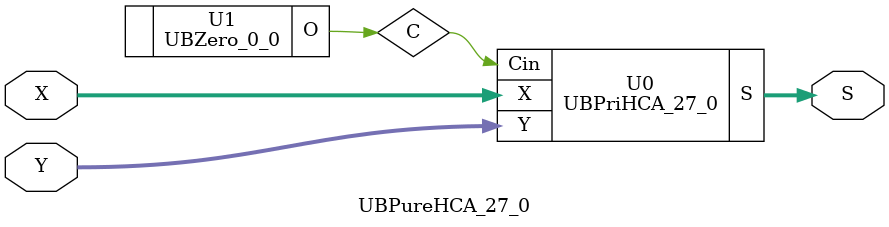
<source format=v>
/*----------------------------------------------------------------------------
  Copyright (c) 2021 Homma laboratory. All rights reserved.

  Top module: UBHCA_27_0_27_0

  Operand-1 length: 28
  Operand-2 length: 28
  Two-operand addition algorithm: Han-Carlson adder
----------------------------------------------------------------------------*/

module GPGenerator(Go, Po, A, B);
  output Go;
  output Po;
  input A;
  input B;
  assign Go = A & B;
  assign Po = A ^ B;
endmodule

module CarryOperator(Go, Po, Gi1, Pi1, Gi2, Pi2);
  output Go;
  output Po;
  input Gi1;
  input Gi2;
  input Pi1;
  input Pi2;
  assign Go = Gi1 | ( Gi2 & Pi1 );
  assign Po = Pi1 & Pi2;
endmodule

module UBPriHCA_27_0(S, X, Y, Cin);
  output [28:0] S;
  input Cin;
  input [27:0] X;
  input [27:0] Y;
  wire [27:0] G0;
  wire [27:0] G1;
  wire [27:0] G2;
  wire [27:0] G3;
  wire [27:0] G4;
  wire [27:0] G5;
  wire [27:0] G6;
  wire [27:0] P0;
  wire [27:0] P1;
  wire [27:0] P2;
  wire [27:0] P3;
  wire [27:0] P4;
  wire [27:0] P5;
  wire [27:0] P6;
  assign P1[0] = P0[0];
  assign G1[0] = G0[0];
  assign P1[2] = P0[2];
  assign G1[2] = G0[2];
  assign P1[4] = P0[4];
  assign G1[4] = G0[4];
  assign P1[6] = P0[6];
  assign G1[6] = G0[6];
  assign P1[8] = P0[8];
  assign G1[8] = G0[8];
  assign P1[10] = P0[10];
  assign G1[10] = G0[10];
  assign P1[12] = P0[12];
  assign G1[12] = G0[12];
  assign P1[14] = P0[14];
  assign G1[14] = G0[14];
  assign P1[16] = P0[16];
  assign G1[16] = G0[16];
  assign P1[18] = P0[18];
  assign G1[18] = G0[18];
  assign P1[20] = P0[20];
  assign G1[20] = G0[20];
  assign P1[22] = P0[22];
  assign G1[22] = G0[22];
  assign P1[24] = P0[24];
  assign G1[24] = G0[24];
  assign P1[26] = P0[26];
  assign G1[26] = G0[26];
  assign P2[0] = P1[0];
  assign G2[0] = G1[0];
  assign P2[1] = P1[1];
  assign G2[1] = G1[1];
  assign P2[2] = P1[2];
  assign G2[2] = G1[2];
  assign P2[4] = P1[4];
  assign G2[4] = G1[4];
  assign P2[6] = P1[6];
  assign G2[6] = G1[6];
  assign P2[8] = P1[8];
  assign G2[8] = G1[8];
  assign P2[10] = P1[10];
  assign G2[10] = G1[10];
  assign P2[12] = P1[12];
  assign G2[12] = G1[12];
  assign P2[14] = P1[14];
  assign G2[14] = G1[14];
  assign P2[16] = P1[16];
  assign G2[16] = G1[16];
  assign P2[18] = P1[18];
  assign G2[18] = G1[18];
  assign P2[20] = P1[20];
  assign G2[20] = G1[20];
  assign P2[22] = P1[22];
  assign G2[22] = G1[22];
  assign P2[24] = P1[24];
  assign G2[24] = G1[24];
  assign P2[26] = P1[26];
  assign G2[26] = G1[26];
  assign P3[0] = P2[0];
  assign G3[0] = G2[0];
  assign P3[1] = P2[1];
  assign G3[1] = G2[1];
  assign P3[2] = P2[2];
  assign G3[2] = G2[2];
  assign P3[3] = P2[3];
  assign G3[3] = G2[3];
  assign P3[4] = P2[4];
  assign G3[4] = G2[4];
  assign P3[6] = P2[6];
  assign G3[6] = G2[6];
  assign P3[8] = P2[8];
  assign G3[8] = G2[8];
  assign P3[10] = P2[10];
  assign G3[10] = G2[10];
  assign P3[12] = P2[12];
  assign G3[12] = G2[12];
  assign P3[14] = P2[14];
  assign G3[14] = G2[14];
  assign P3[16] = P2[16];
  assign G3[16] = G2[16];
  assign P3[18] = P2[18];
  assign G3[18] = G2[18];
  assign P3[20] = P2[20];
  assign G3[20] = G2[20];
  assign P3[22] = P2[22];
  assign G3[22] = G2[22];
  assign P3[24] = P2[24];
  assign G3[24] = G2[24];
  assign P3[26] = P2[26];
  assign G3[26] = G2[26];
  assign P4[0] = P3[0];
  assign G4[0] = G3[0];
  assign P4[1] = P3[1];
  assign G4[1] = G3[1];
  assign P4[2] = P3[2];
  assign G4[2] = G3[2];
  assign P4[3] = P3[3];
  assign G4[3] = G3[3];
  assign P4[4] = P3[4];
  assign G4[4] = G3[4];
  assign P4[5] = P3[5];
  assign G4[5] = G3[5];
  assign P4[6] = P3[6];
  assign G4[6] = G3[6];
  assign P4[7] = P3[7];
  assign G4[7] = G3[7];
  assign P4[8] = P3[8];
  assign G4[8] = G3[8];
  assign P4[10] = P3[10];
  assign G4[10] = G3[10];
  assign P4[12] = P3[12];
  assign G4[12] = G3[12];
  assign P4[14] = P3[14];
  assign G4[14] = G3[14];
  assign P4[16] = P3[16];
  assign G4[16] = G3[16];
  assign P4[18] = P3[18];
  assign G4[18] = G3[18];
  assign P4[20] = P3[20];
  assign G4[20] = G3[20];
  assign P4[22] = P3[22];
  assign G4[22] = G3[22];
  assign P4[24] = P3[24];
  assign G4[24] = G3[24];
  assign P4[26] = P3[26];
  assign G4[26] = G3[26];
  assign P5[0] = P4[0];
  assign G5[0] = G4[0];
  assign P5[1] = P4[1];
  assign G5[1] = G4[1];
  assign P5[2] = P4[2];
  assign G5[2] = G4[2];
  assign P5[3] = P4[3];
  assign G5[3] = G4[3];
  assign P5[4] = P4[4];
  assign G5[4] = G4[4];
  assign P5[5] = P4[5];
  assign G5[5] = G4[5];
  assign P5[6] = P4[6];
  assign G5[6] = G4[6];
  assign P5[7] = P4[7];
  assign G5[7] = G4[7];
  assign P5[8] = P4[8];
  assign G5[8] = G4[8];
  assign P5[9] = P4[9];
  assign G5[9] = G4[9];
  assign P5[10] = P4[10];
  assign G5[10] = G4[10];
  assign P5[11] = P4[11];
  assign G5[11] = G4[11];
  assign P5[12] = P4[12];
  assign G5[12] = G4[12];
  assign P5[13] = P4[13];
  assign G5[13] = G4[13];
  assign P5[14] = P4[14];
  assign G5[14] = G4[14];
  assign P5[15] = P4[15];
  assign G5[15] = G4[15];
  assign P5[16] = P4[16];
  assign G5[16] = G4[16];
  assign P5[18] = P4[18];
  assign G5[18] = G4[18];
  assign P5[20] = P4[20];
  assign G5[20] = G4[20];
  assign P5[22] = P4[22];
  assign G5[22] = G4[22];
  assign P5[24] = P4[24];
  assign G5[24] = G4[24];
  assign P5[26] = P4[26];
  assign G5[26] = G4[26];
  assign P6[0] = P5[0];
  assign G6[0] = G5[0];
  assign P6[1] = P5[1];
  assign G6[1] = G5[1];
  assign P6[3] = P5[3];
  assign G6[3] = G5[3];
  assign P6[5] = P5[5];
  assign G6[5] = G5[5];
  assign P6[7] = P5[7];
  assign G6[7] = G5[7];
  assign P6[9] = P5[9];
  assign G6[9] = G5[9];
  assign P6[11] = P5[11];
  assign G6[11] = G5[11];
  assign P6[13] = P5[13];
  assign G6[13] = G5[13];
  assign P6[15] = P5[15];
  assign G6[15] = G5[15];
  assign P6[17] = P5[17];
  assign G6[17] = G5[17];
  assign P6[19] = P5[19];
  assign G6[19] = G5[19];
  assign P6[21] = P5[21];
  assign G6[21] = G5[21];
  assign P6[23] = P5[23];
  assign G6[23] = G5[23];
  assign P6[25] = P5[25];
  assign G6[25] = G5[25];
  assign P6[27] = P5[27];
  assign G6[27] = G5[27];
  assign S[0] = Cin ^ P0[0];
  assign S[1] = ( G6[0] | ( P6[0] & Cin ) ) ^ P0[1];
  assign S[2] = ( G6[1] | ( P6[1] & Cin ) ) ^ P0[2];
  assign S[3] = ( G6[2] | ( P6[2] & Cin ) ) ^ P0[3];
  assign S[4] = ( G6[3] | ( P6[3] & Cin ) ) ^ P0[4];
  assign S[5] = ( G6[4] | ( P6[4] & Cin ) ) ^ P0[5];
  assign S[6] = ( G6[5] | ( P6[5] & Cin ) ) ^ P0[6];
  assign S[7] = ( G6[6] | ( P6[6] & Cin ) ) ^ P0[7];
  assign S[8] = ( G6[7] | ( P6[7] & Cin ) ) ^ P0[8];
  assign S[9] = ( G6[8] | ( P6[8] & Cin ) ) ^ P0[9];
  assign S[10] = ( G6[9] | ( P6[9] & Cin ) ) ^ P0[10];
  assign S[11] = ( G6[10] | ( P6[10] & Cin ) ) ^ P0[11];
  assign S[12] = ( G6[11] | ( P6[11] & Cin ) ) ^ P0[12];
  assign S[13] = ( G6[12] | ( P6[12] & Cin ) ) ^ P0[13];
  assign S[14] = ( G6[13] | ( P6[13] & Cin ) ) ^ P0[14];
  assign S[15] = ( G6[14] | ( P6[14] & Cin ) ) ^ P0[15];
  assign S[16] = ( G6[15] | ( P6[15] & Cin ) ) ^ P0[16];
  assign S[17] = ( G6[16] | ( P6[16] & Cin ) ) ^ P0[17];
  assign S[18] = ( G6[17] | ( P6[17] & Cin ) ) ^ P0[18];
  assign S[19] = ( G6[18] | ( P6[18] & Cin ) ) ^ P0[19];
  assign S[20] = ( G6[19] | ( P6[19] & Cin ) ) ^ P0[20];
  assign S[21] = ( G6[20] | ( P6[20] & Cin ) ) ^ P0[21];
  assign S[22] = ( G6[21] | ( P6[21] & Cin ) ) ^ P0[22];
  assign S[23] = ( G6[22] | ( P6[22] & Cin ) ) ^ P0[23];
  assign S[24] = ( G6[23] | ( P6[23] & Cin ) ) ^ P0[24];
  assign S[25] = ( G6[24] | ( P6[24] & Cin ) ) ^ P0[25];
  assign S[26] = ( G6[25] | ( P6[25] & Cin ) ) ^ P0[26];
  assign S[27] = ( G6[26] | ( P6[26] & Cin ) ) ^ P0[27];
  assign S[28] = G6[27] | ( P6[27] & Cin );
  GPGenerator U0 (G0[0], P0[0], X[0], Y[0]);
  GPGenerator U1 (G0[1], P0[1], X[1], Y[1]);
  GPGenerator U2 (G0[2], P0[2], X[2], Y[2]);
  GPGenerator U3 (G0[3], P0[3], X[3], Y[3]);
  GPGenerator U4 (G0[4], P0[4], X[4], Y[4]);
  GPGenerator U5 (G0[5], P0[5], X[5], Y[5]);
  GPGenerator U6 (G0[6], P0[6], X[6], Y[6]);
  GPGenerator U7 (G0[7], P0[7], X[7], Y[7]);
  GPGenerator U8 (G0[8], P0[8], X[8], Y[8]);
  GPGenerator U9 (G0[9], P0[9], X[9], Y[9]);
  GPGenerator U10 (G0[10], P0[10], X[10], Y[10]);
  GPGenerator U11 (G0[11], P0[11], X[11], Y[11]);
  GPGenerator U12 (G0[12], P0[12], X[12], Y[12]);
  GPGenerator U13 (G0[13], P0[13], X[13], Y[13]);
  GPGenerator U14 (G0[14], P0[14], X[14], Y[14]);
  GPGenerator U15 (G0[15], P0[15], X[15], Y[15]);
  GPGenerator U16 (G0[16], P0[16], X[16], Y[16]);
  GPGenerator U17 (G0[17], P0[17], X[17], Y[17]);
  GPGenerator U18 (G0[18], P0[18], X[18], Y[18]);
  GPGenerator U19 (G0[19], P0[19], X[19], Y[19]);
  GPGenerator U20 (G0[20], P0[20], X[20], Y[20]);
  GPGenerator U21 (G0[21], P0[21], X[21], Y[21]);
  GPGenerator U22 (G0[22], P0[22], X[22], Y[22]);
  GPGenerator U23 (G0[23], P0[23], X[23], Y[23]);
  GPGenerator U24 (G0[24], P0[24], X[24], Y[24]);
  GPGenerator U25 (G0[25], P0[25], X[25], Y[25]);
  GPGenerator U26 (G0[26], P0[26], X[26], Y[26]);
  GPGenerator U27 (G0[27], P0[27], X[27], Y[27]);
  CarryOperator U28 (G1[1], P1[1], G0[1], P0[1], G0[0], P0[0]);
  CarryOperator U29 (G1[3], P1[3], G0[3], P0[3], G0[2], P0[2]);
  CarryOperator U30 (G1[5], P1[5], G0[5], P0[5], G0[4], P0[4]);
  CarryOperator U31 (G1[7], P1[7], G0[7], P0[7], G0[6], P0[6]);
  CarryOperator U32 (G1[9], P1[9], G0[9], P0[9], G0[8], P0[8]);
  CarryOperator U33 (G1[11], P1[11], G0[11], P0[11], G0[10], P0[10]);
  CarryOperator U34 (G1[13], P1[13], G0[13], P0[13], G0[12], P0[12]);
  CarryOperator U35 (G1[15], P1[15], G0[15], P0[15], G0[14], P0[14]);
  CarryOperator U36 (G1[17], P1[17], G0[17], P0[17], G0[16], P0[16]);
  CarryOperator U37 (G1[19], P1[19], G0[19], P0[19], G0[18], P0[18]);
  CarryOperator U38 (G1[21], P1[21], G0[21], P0[21], G0[20], P0[20]);
  CarryOperator U39 (G1[23], P1[23], G0[23], P0[23], G0[22], P0[22]);
  CarryOperator U40 (G1[25], P1[25], G0[25], P0[25], G0[24], P0[24]);
  CarryOperator U41 (G1[27], P1[27], G0[27], P0[27], G0[26], P0[26]);
  CarryOperator U42 (G2[3], P2[3], G1[3], P1[3], G1[1], P1[1]);
  CarryOperator U43 (G2[5], P2[5], G1[5], P1[5], G1[3], P1[3]);
  CarryOperator U44 (G2[7], P2[7], G1[7], P1[7], G1[5], P1[5]);
  CarryOperator U45 (G2[9], P2[9], G1[9], P1[9], G1[7], P1[7]);
  CarryOperator U46 (G2[11], P2[11], G1[11], P1[11], G1[9], P1[9]);
  CarryOperator U47 (G2[13], P2[13], G1[13], P1[13], G1[11], P1[11]);
  CarryOperator U48 (G2[15], P2[15], G1[15], P1[15], G1[13], P1[13]);
  CarryOperator U49 (G2[17], P2[17], G1[17], P1[17], G1[15], P1[15]);
  CarryOperator U50 (G2[19], P2[19], G1[19], P1[19], G1[17], P1[17]);
  CarryOperator U51 (G2[21], P2[21], G1[21], P1[21], G1[19], P1[19]);
  CarryOperator U52 (G2[23], P2[23], G1[23], P1[23], G1[21], P1[21]);
  CarryOperator U53 (G2[25], P2[25], G1[25], P1[25], G1[23], P1[23]);
  CarryOperator U54 (G2[27], P2[27], G1[27], P1[27], G1[25], P1[25]);
  CarryOperator U55 (G3[5], P3[5], G2[5], P2[5], G2[1], P2[1]);
  CarryOperator U56 (G3[7], P3[7], G2[7], P2[7], G2[3], P2[3]);
  CarryOperator U57 (G3[9], P3[9], G2[9], P2[9], G2[5], P2[5]);
  CarryOperator U58 (G3[11], P3[11], G2[11], P2[11], G2[7], P2[7]);
  CarryOperator U59 (G3[13], P3[13], G2[13], P2[13], G2[9], P2[9]);
  CarryOperator U60 (G3[15], P3[15], G2[15], P2[15], G2[11], P2[11]);
  CarryOperator U61 (G3[17], P3[17], G2[17], P2[17], G2[13], P2[13]);
  CarryOperator U62 (G3[19], P3[19], G2[19], P2[19], G2[15], P2[15]);
  CarryOperator U63 (G3[21], P3[21], G2[21], P2[21], G2[17], P2[17]);
  CarryOperator U64 (G3[23], P3[23], G2[23], P2[23], G2[19], P2[19]);
  CarryOperator U65 (G3[25], P3[25], G2[25], P2[25], G2[21], P2[21]);
  CarryOperator U66 (G3[27], P3[27], G2[27], P2[27], G2[23], P2[23]);
  CarryOperator U67 (G4[9], P4[9], G3[9], P3[9], G3[1], P3[1]);
  CarryOperator U68 (G4[11], P4[11], G3[11], P3[11], G3[3], P3[3]);
  CarryOperator U69 (G4[13], P4[13], G3[13], P3[13], G3[5], P3[5]);
  CarryOperator U70 (G4[15], P4[15], G3[15], P3[15], G3[7], P3[7]);
  CarryOperator U71 (G4[17], P4[17], G3[17], P3[17], G3[9], P3[9]);
  CarryOperator U72 (G4[19], P4[19], G3[19], P3[19], G3[11], P3[11]);
  CarryOperator U73 (G4[21], P4[21], G3[21], P3[21], G3[13], P3[13]);
  CarryOperator U74 (G4[23], P4[23], G3[23], P3[23], G3[15], P3[15]);
  CarryOperator U75 (G4[25], P4[25], G3[25], P3[25], G3[17], P3[17]);
  CarryOperator U76 (G4[27], P4[27], G3[27], P3[27], G3[19], P3[19]);
  CarryOperator U77 (G5[17], P5[17], G4[17], P4[17], G4[1], P4[1]);
  CarryOperator U78 (G5[19], P5[19], G4[19], P4[19], G4[3], P4[3]);
  CarryOperator U79 (G5[21], P5[21], G4[21], P4[21], G4[5], P4[5]);
  CarryOperator U80 (G5[23], P5[23], G4[23], P4[23], G4[7], P4[7]);
  CarryOperator U81 (G5[25], P5[25], G4[25], P4[25], G4[9], P4[9]);
  CarryOperator U82 (G5[27], P5[27], G4[27], P4[27], G4[11], P4[11]);
  CarryOperator U83 (G6[2], P6[2], G5[2], P5[2], G5[1], P5[1]);
  CarryOperator U84 (G6[4], P6[4], G5[4], P5[4], G5[3], P5[3]);
  CarryOperator U85 (G6[6], P6[6], G5[6], P5[6], G5[5], P5[5]);
  CarryOperator U86 (G6[8], P6[8], G5[8], P5[8], G5[7], P5[7]);
  CarryOperator U87 (G6[10], P6[10], G5[10], P5[10], G5[9], P5[9]);
  CarryOperator U88 (G6[12], P6[12], G5[12], P5[12], G5[11], P5[11]);
  CarryOperator U89 (G6[14], P6[14], G5[14], P5[14], G5[13], P5[13]);
  CarryOperator U90 (G6[16], P6[16], G5[16], P5[16], G5[15], P5[15]);
  CarryOperator U91 (G6[18], P6[18], G5[18], P5[18], G5[17], P5[17]);
  CarryOperator U92 (G6[20], P6[20], G5[20], P5[20], G5[19], P5[19]);
  CarryOperator U93 (G6[22], P6[22], G5[22], P5[22], G5[21], P5[21]);
  CarryOperator U94 (G6[24], P6[24], G5[24], P5[24], G5[23], P5[23]);
  CarryOperator U95 (G6[26], P6[26], G5[26], P5[26], G5[25], P5[25]);
endmodule

module UBZero_0_0(O);
  output [0:0] O;
  assign O[0] = 0;
endmodule

module UBHCA_27_0_27_0 (S, X, Y);
  output [28:0] S;
  input [27:0] X;
  input [27:0] Y;
  UBPureHCA_27_0 U0 (S[28:0], X[27:0], Y[27:0]);
endmodule

module UBPureHCA_27_0 (S, X, Y);
  output [28:0] S;
  input [27:0] X;
  input [27:0] Y;
  wire C;
  UBPriHCA_27_0 U0 (S, X, Y, C);
  UBZero_0_0 U1 (C);
endmodule


</source>
